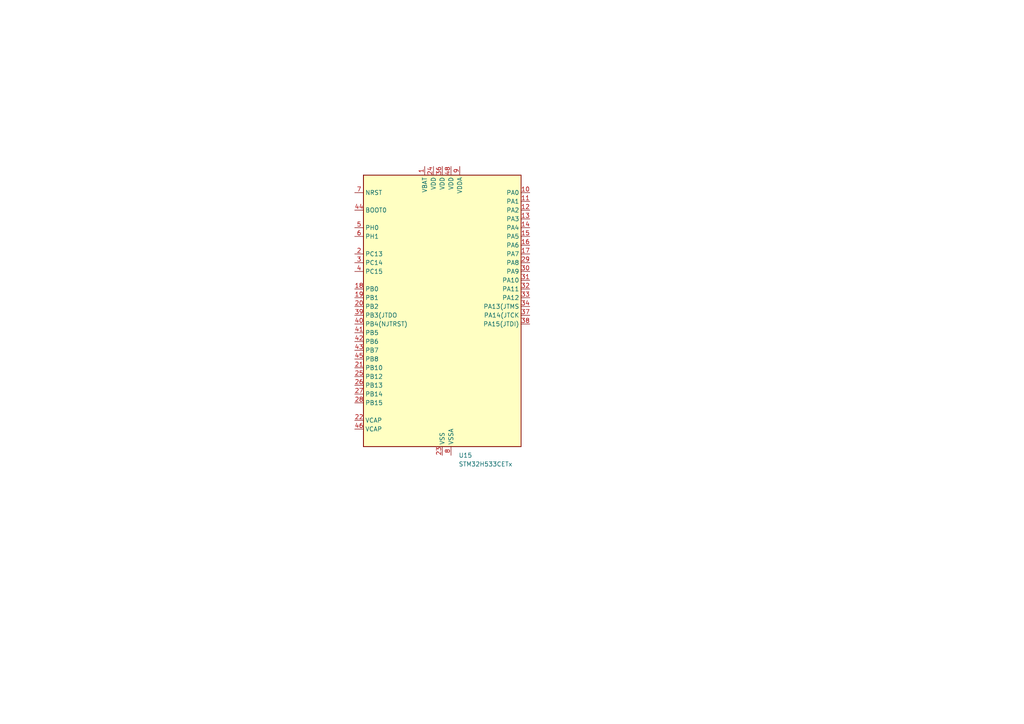
<source format=kicad_sch>
(kicad_sch (version 20231120) (generator "eeschema") (generator_version "8.0")
  (paper "A4")
  (lib_symbols
    (symbol "MCU_ST_STM32H5:STM32H533CETx"
      (property "Reference" "U" (at -22.86 41.91 0))
      (property "Value" "STM32H533CETx" (at 7.62 41.91 0))
      (symbol "STM32H533CETx_0_1"
        (rectangle (start -22.86 -38.1) (end 22.86 40.64) (stroke (width 0.254)) (fill (type background)))
      )
      (symbol "STM32H533CETx_1_1"
        (pin power_in line (at -5.08 43.18 270) (length 2.54) (name "VBAT") (number "1"))
        (pin bidirectional line (at 25.4 35.56 180) (length 2.54) (name "PA0") (number "10"))
        (pin bidirectional line (at 25.4 33.02 180) (length 2.54) (name "PA1") (number "11"))
        (pin bidirectional line (at 25.4 30.48 180) (length 2.54) (name "PA2") (number "12"))
        (pin bidirectional line (at 25.4 27.94 180) (length 2.54) (name "PA3") (number "13"))
        (pin bidirectional line (at 25.4 25.4 180) (length 2.54) (name "PA4") (number "14"))
        (pin bidirectional line (at 25.4 22.86 180) (length 2.54) (name "PA5") (number "15"))
        (pin bidirectional line (at 25.4 20.32 180) (length 2.54) (name "PA6") (number "16"))
        (pin bidirectional line (at 25.4 17.78 180) (length 2.54) (name "PA7") (number "17"))
        (pin bidirectional line (at -25.4 7.62 0) (length 2.54) (name "PB0") (number "18"))
        (pin bidirectional line (at -25.4 5.08 0) (length 2.54) (name "PB1") (number "19"))
        (pin bidirectional line (at -25.4 17.78 0) (length 2.54) (name "PC13") (number "2"))
        (pin bidirectional line (at -25.4 2.54 0) (length 2.54) (name "PB2") (number "20"))
        (pin bidirectional line (at -25.4 -15.24 0) (length 2.54) (name "PB10") (number "21"))
        (pin power_out line (at -25.4 -30.48 0) (length 2.54) (name "VCAP") (number "22"))
        (pin power_in line (at 0 -40.64 90) (length 2.54) (name "VSS") (number "23"))
        (pin power_in line (at -2.54 43.18 270) (length 2.54) (name "VDD") (number "24"))
        (pin bidirectional line (at -25.4 -17.78 0) (length 2.54) (name "PB12") (number "25"))
        (pin bidirectional line (at -25.4 -20.32 0) (length 2.54) (name "PB13") (number "26"))
        (pin bidirectional line (at -25.4 -22.86 0) (length 2.54) (name "PB14") (number "27"))
        (pin bidirectional line (at -25.4 -25.4 0) (length 2.54) (name "PB15") (number "28"))
        (pin bidirectional line (at 25.4 15.24 180) (length 2.54) (name "PA8") (number "29"))
        (pin bidirectional line (at -25.4 15.24 0) (length 2.54) (name "PC14") (number "3"))
        (pin bidirectional line (at 25.4 12.7 180) (length 2.54) (name "PA9") (number "30"))
        (pin bidirectional line (at 25.4 10.16 180) (length 2.54) (name "PA10") (number "31"))
        (pin bidirectional line (at 25.4 7.62 180) (length 2.54) (name "PA11") (number "32"))
        (pin bidirectional line (at 25.4 5.08 180) (length 2.54) (name "PA12") (number "33"))
        (pin bidirectional line (at 25.4 2.54 180) (length 2.54) (name "PA13(JTMS") (number "34"))
        (pin passive line (at 0 -40.64 90) (length 2.54) hide (name "VSS") (number "35"))
        (pin power_in line (at 0 43.18 270) (length 2.54) (name "VDD") (number "36"))
        (pin bidirectional line (at 25.4 0 180) (length 2.54) (name "PA14(JTCK") (number "37"))
        (pin bidirectional line (at 25.4 -2.54 180) (length 2.54) (name "PA15(JTDI)") (number "38"))
        (pin bidirectional line (at -25.4 0 0) (length 2.54) (name "PB3(JTDO") (number "39"))
        (pin bidirectional line (at -25.4 12.7 0) (length 2.54) (name "PC15") (number "4"))
        (pin bidirectional line (at -25.4 -2.54 0) (length 2.54) (name "PB4(NJTRST)") (number "40"))
        (pin bidirectional line (at -25.4 -5.08 0) (length 2.54) (name "PB5") (number "41"))
        (pin bidirectional line (at -25.4 -7.62 0) (length 2.54) (name "PB6") (number "42"))
        (pin bidirectional line (at -25.4 -10.16 0) (length 2.54) (name "PB7") (number "43"))
        (pin input line (at -25.4 30.48 0) (length 2.54) (name "BOOT0") (number "44"))
        (pin bidirectional line (at -25.4 -12.7 0) (length 2.54) (name "PB8") (number "45"))
        (pin power_out line (at -25.4 -33.02 0) (length 2.54) (name "VCAP") (number "46"))
        (pin passive line (at 0 -40.64 90) (length 2.54) hide (name "VSS") (number "47"))
        (pin power_in line (at 2.54 43.18 270) (length 2.54) (name "VDD") (number "48"))
        (pin bidirectional line (at -25.4 25.4 0) (length 2.54) (name "PH0") (number "5"))
        (pin bidirectional line (at -25.4 22.86 0) (length 2.54) (name "PH1") (number "6"))
        (pin input line (at -25.4 35.56 0) (length 2.54) (name "NRST") (number "7"))
        (pin power_in line (at 2.54 -40.64 90) (length 2.54) (name "VSSA") (number "8"))
        (pin power_in line (at 5.08 43.18 270) (length 2.54) (name "VDDA") (number "9"))
      )
    )
  )
  (symbol (lib_id "MCU_ST_STM32H5:STM32H533CETx") (at 128.27 91.44 0) (unit 1)
    (property "Reference" "U15" (at 133.0041 132.08 0) (effects (justify left)))
    (property "Value" "STM32H533CETx" (at 133.0041 134.62 0) (effects (justify left)))
    (property "Footprint" "Package_QFP:LQFP-48_7x7mm_P0.5mm" (effects (hide yes)))
    (property "Datasheet" "https://www.st.com/resource/en/datasheet/stm32h533ce.pdf" (effects (hide yes)))
    (property "Description" "STMicroelectronics Arm Cortex-M33 MCU, 512KB flash, 272KB RAM, 35 GPIO, LQFP48" (effects (hide yes)))
  )
)
</source>
